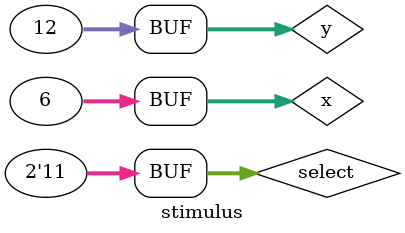
<source format=v>
module mux4_to_1(out, i0, i1, i2, i3, s0, s1);

output out;
input i0, i1, i2, i3;
input s0, s1;

wire s0n, s1n;
wire y0, y1, y2, y3;

not	(s0not, s0);
not	(s1not, s1);

and	(y0, i0, s0not, s1not);
and	(y1, i1, s0not, s1);
and	(y2, i2, s0, s1not);
and	(y3, i3, s0, s1);
or	(out, y0, y1, y2, y3);
endmodule

module logic_1b(out, a, b, select);
output out;
input a, b;
input [1:0] select;

wire  and_out, or_out, xor_out, nor_out;

and and_op(and_out, a, b);
or or_op(or_out, a, b);
xor xor_op(xor_out, a, b);
not nor_op(nor_out, or_out);
mux4_to_1 mux_op(out, and_out, or_out, xor_out, nor_out, select[1], select[0]);

endmodule

module logic_32b(out, a, b, select);
output [31:0] out;
input [31:0] a, b;
input [1:0] select;

logic_1b bit_0(out[0], a[0], b[0], select); 
logic_1b bit_1(out[1], a[1], b[1], select);
logic_1b bit_2(out[2], a[2], b[2], select);
logic_1b bit_3(out[3], a[3], b[3], select);
logic_1b bit_4(out[4], a[4], b[4], select);
logic_1b bit_5(out[5], a[5], b[5], select);
logic_1b bit_6(out[6], a[6], b[6], select);
logic_1b bit_7(out[7], a[7], b[7], select);
logic_1b bit_8(out[8], a[8], b[8], select);
logic_1b bit_9(out[9], a[9], b[9], select);
//
logic_1b bit_10(out[10], a[10], b[10], select);
logic_1b bit_11(out[11], a[11], b[11], select);
logic_1b bit_12(out[12], a[12], b[12], select);
logic_1b bit_13(out[13], a[13], b[13], select);
logic_1b bit_14(out[14], a[14], b[14], select);
logic_1b bit_15(out[15], a[15], b[15], select);
logic_1b bit_16(out[16], a[16], b[16], select);
logic_1b bit_17(out[17], a[17], b[17], select);
logic_1b bit_18(out[18], a[18], b[18], select);
logic_1b bit_19(out[19], a[19], b[19], select);
//
logic_1b bit_20(out[20], a[20], b[20], select);
logic_1b bit_21(out[21], a[21], b[21], select);
logic_1b bit_22(out[22], a[22], b[22], select);
logic_1b bit_23(out[23], a[23], b[23], select);
logic_1b bit_24(out[24], a[24], b[24], select);
logic_1b bit_25(out[25], a[25], b[25], select);
logic_1b bit_26(out[26], a[26], b[26], select);
logic_1b bit_27(out[27], a[27], b[27], select);
logic_1b bit_28(out[28], a[28], b[28], select);
logic_1b bit_29(out[29], a[29], b[29], select);
//
logic_1b bit_30(out[30], a[30], b[30], select);
logic_1b bit_31(out[31], a[31], b[31], select);

endmodule

module stimulus;
wire [31:0] z;
reg [31:0] x, y;
reg [1:0] select;
logic_32b logic_func(z, x, y, select);

initial
begin
	$monitor($time, "x = %b, y = %b, select = %b, ----- z = %b\n", x, y, select, z);
end

initial
begin
	x = 32'b00000000000000000000000000000110; y = 32'b00000000000000000000000000001100; select = 2'b00;
	#2 x = 32'b00000000000000000000000000000110; y = 32'b00000000000000000000000000001100; select = 2'b01;
	#2 x = 32'b00000000000000000000000000000110; y = 32'b00000000000000000000000000001100; select = 2'b10;
	#2 x = 32'b00000000000000000000000000000110; y = 32'b00000000000000000000000000001100; select = 2'b11;
end
endmodule
</source>
